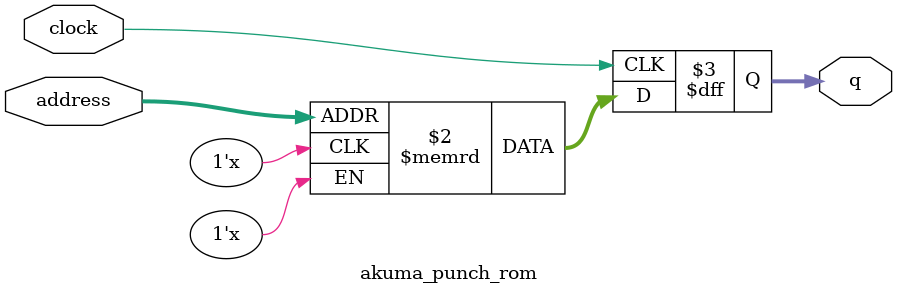
<source format=sv>
module akuma_punch_rom (
	input logic clock,
	input logic [13:0] address,
	output logic [3:0] q
);

logic [3:0] memory [0:11039] /* synthesis ram_init_file = "./akuma_punch/akuma_punch.mif" */;

always_ff @ (posedge clock) begin
	q <= memory[address];
end

endmodule

</source>
